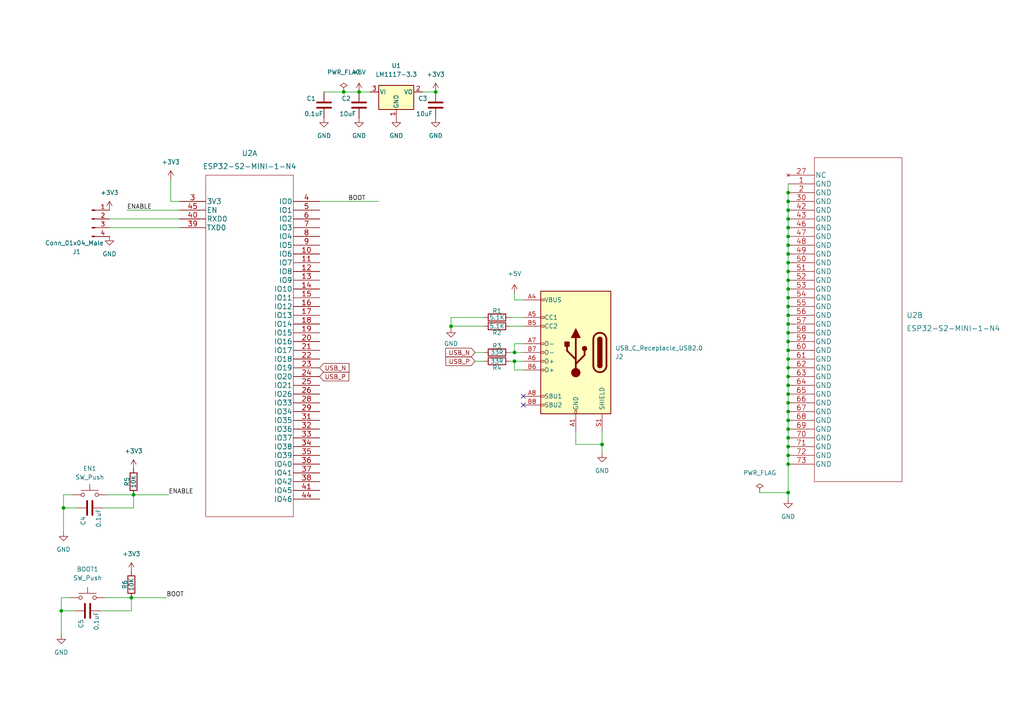
<source format=kicad_sch>
(kicad_sch (version 20211123) (generator eeschema)
  (paper "A4")
  (lib_symbols
    (symbol "2022-03-26_13-08-46:ESP32-S2-MINI-1-N4" (pin_names (offset 0.254))
      (property "Reference" "U" (at 20.32 12.7 0))
      (property "Value" "ESP32-S2-MINI-1-N4" (at 20.32 10.16 0))
      (symbol "ESP32-S2-MINI-1-N4_1_1"
        (polyline (pts (xy 7.62 -91.44) (xy 33.02 -91.44)) (stroke (width 0.127)))
        (polyline (pts (xy 7.62 7.62) (xy 7.62 -91.44)) (stroke (width 0.127)))
        (polyline (pts (xy 33.02 -91.44) (xy 33.02 7.62)) (stroke (width 0.127)))
        (polyline (pts (xy 33.02 7.62) (xy 7.62 7.62)) (stroke (width 0.127)))
        (pin bidirectional line (at 40.64 -15.24 180) (length 7.62) (name "IO6") (number "10"))
        (pin bidirectional line (at 40.64 -17.78 180) (length 7.62) (name "IO7") (number "11"))
        (pin bidirectional line (at 40.64 -20.32 180) (length 7.62) (name "IO8") (number "12"))
        (pin bidirectional line (at 40.64 -22.86 180) (length 7.62) (name "IO9") (number "13"))
        (pin bidirectional line (at 40.64 -25.4 180) (length 7.62) (name "IO10") (number "14"))
        (pin bidirectional line (at 40.64 -27.94 180) (length 7.62) (name "IO11") (number "15"))
        (pin bidirectional line (at 40.64 -30.48 180) (length 7.62) (name "IO12") (number "16"))
        (pin bidirectional line (at 40.64 -33.02 180) (length 7.62) (name "IO13") (number "17"))
        (pin bidirectional line (at 40.64 -35.56 180) (length 7.62) (name "IO14") (number "18"))
        (pin bidirectional line (at 40.64 -38.1 180) (length 7.62) (name "IO15") (number "19"))
        (pin bidirectional line (at 40.64 -40.64 180) (length 7.62) (name "IO16") (number "20"))
        (pin bidirectional line (at 40.64 -43.18 180) (length 7.62) (name "IO17") (number "21"))
        (pin bidirectional line (at 40.64 -45.72 180) (length 7.62) (name "IO18") (number "22"))
        (pin bidirectional line (at 40.64 -48.26 180) (length 7.62) (name "IO19") (number "23"))
        (pin bidirectional line (at 40.64 -50.8 180) (length 7.62) (name "IO20") (number "24"))
        (pin bidirectional line (at 40.64 -53.34 180) (length 7.62) (name "IO21") (number "25"))
        (pin bidirectional line (at 40.64 -55.88 180) (length 7.62) (name "IO26") (number "26"))
        (pin bidirectional line (at 40.64 -58.42 180) (length 7.62) (name "IO33") (number "28"))
        (pin bidirectional line (at 40.64 -60.96 180) (length 7.62) (name "IO34") (number "29"))
        (pin unspecified line (at 0 0 0) (length 7.62) (name "3V3") (number "3"))
        (pin bidirectional line (at 40.64 -63.5 180) (length 7.62) (name "IO35") (number "31"))
        (pin bidirectional line (at 40.64 -66.04 180) (length 7.62) (name "IO36") (number "32"))
        (pin bidirectional line (at 40.64 -68.58 180) (length 7.62) (name "IO37") (number "33"))
        (pin bidirectional line (at 40.64 -71.12 180) (length 7.62) (name "IO38") (number "34"))
        (pin bidirectional line (at 40.64 -73.66 180) (length 7.62) (name "IO39") (number "35"))
        (pin bidirectional line (at 40.64 -76.2 180) (length 7.62) (name "IO40") (number "36"))
        (pin bidirectional line (at 40.64 -78.74 180) (length 7.62) (name "IO41") (number "37"))
        (pin bidirectional line (at 40.64 -81.28 180) (length 7.62) (name "IO42") (number "38"))
        (pin bidirectional line (at 0 -7.62 0) (length 7.62) (name "TXD0") (number "39"))
        (pin bidirectional line (at 40.64 0 180) (length 7.62) (name "IO0") (number "4"))
        (pin bidirectional line (at 0 -5.08 0) (length 7.62) (name "RXD0") (number "40"))
        (pin bidirectional line (at 40.64 -83.82 180) (length 7.62) (name "IO45") (number "41"))
        (pin bidirectional line (at 40.64 -86.36 180) (length 7.62) (name "IO46") (number "44"))
        (pin unspecified line (at 0 -2.54 0) (length 7.62) (name "EN") (number "45"))
        (pin bidirectional line (at 40.64 -2.54 180) (length 7.62) (name "IO1") (number "5"))
        (pin bidirectional line (at 40.64 -5.08 180) (length 7.62) (name "IO2") (number "6"))
        (pin bidirectional line (at 40.64 -7.62 180) (length 7.62) (name "IO3") (number "7"))
        (pin bidirectional line (at 40.64 -10.16 180) (length 7.62) (name "IO4") (number "8"))
        (pin bidirectional line (at 40.64 -12.7 180) (length 7.62) (name "IO5") (number "9"))
      )
      (symbol "ESP32-S2-MINI-1-N4_2_1"
        (polyline (pts (xy 7.62 -88.9) (xy 33.02 -88.9)) (stroke (width 0.127)))
        (polyline (pts (xy 7.62 5.08) (xy 7.62 -88.9)) (stroke (width 0.127)))
        (polyline (pts (xy 33.02 -88.9) (xy 33.02 5.08)) (stroke (width 0.127)))
        (polyline (pts (xy 33.02 5.08) (xy 7.62 5.08)) (stroke (width 0.127)))
        (pin power_in line (at 0 -2.54 0) (length 7.62) (name "GND") (number "1"))
        (pin power_in line (at 0 -5.08 0) (length 7.62) (name "GND") (number "2"))
        (pin no_connect line (at 0 0 0) (length 7.62) (name "NC") (number "27"))
        (pin power_in line (at 0 -7.62 0) (length 7.62) (name "GND") (number "30"))
        (pin power_in line (at 0 -10.16 0) (length 7.62) (name "GND") (number "42"))
        (pin power_in line (at 0 -12.7 0) (length 7.62) (name "GND") (number "43"))
        (pin power_in line (at 0 -15.24 0) (length 7.62) (name "GND") (number "46"))
        (pin power_in line (at 0 -17.78 0) (length 7.62) (name "GND") (number "47"))
        (pin power_in line (at 0 -20.32 0) (length 7.62) (name "GND") (number "48"))
        (pin power_in line (at 0 -22.86 0) (length 7.62) (name "GND") (number "49"))
        (pin power_in line (at 0 -25.4 0) (length 7.62) (name "GND") (number "50"))
        (pin power_in line (at 0 -27.94 0) (length 7.62) (name "GND") (number "51"))
        (pin power_in line (at 0 -30.48 0) (length 7.62) (name "GND") (number "52"))
        (pin power_in line (at 0 -33.02 0) (length 7.62) (name "GND") (number "53"))
        (pin power_in line (at 0 -35.56 0) (length 7.62) (name "GND") (number "54"))
        (pin power_in line (at 0 -38.1 0) (length 7.62) (name "GND") (number "55"))
        (pin power_in line (at 0 -40.64 0) (length 7.62) (name "GND") (number "56"))
        (pin power_in line (at 0 -43.18 0) (length 7.62) (name "GND") (number "57"))
        (pin power_in line (at 0 -45.72 0) (length 7.62) (name "GND") (number "58"))
        (pin power_in line (at 0 -48.26 0) (length 7.62) (name "GND") (number "59"))
        (pin power_in line (at 0 -50.8 0) (length 7.62) (name "GND") (number "60"))
        (pin power_in line (at 0 -53.34 0) (length 7.62) (name "GND") (number "61"))
        (pin power_in line (at 0 -55.88 0) (length 7.62) (name "GND") (number "62"))
        (pin power_in line (at 0 -58.42 0) (length 7.62) (name "GND") (number "63"))
        (pin power_in line (at 0 -60.96 0) (length 7.62) (name "GND") (number "64"))
        (pin power_in line (at 0 -63.5 0) (length 7.62) (name "GND") (number "65"))
        (pin power_in line (at 0 -66.04 0) (length 7.62) (name "GND") (number "66"))
        (pin power_in line (at 0 -68.58 0) (length 7.62) (name "GND") (number "67"))
        (pin power_in line (at 0 -71.12 0) (length 7.62) (name "GND") (number "68"))
        (pin power_in line (at 0 -73.66 0) (length 7.62) (name "GND") (number "69"))
        (pin power_in line (at 0 -76.2 0) (length 7.62) (name "GND") (number "70"))
        (pin power_in line (at 0 -78.74 0) (length 7.62) (name "GND") (number "71"))
        (pin power_in line (at 0 -81.28 0) (length 7.62) (name "GND") (number "72"))
        (pin power_in line (at 0 -83.82 0) (length 7.62) (name "GND") (number "73"))
      )
    )
    (symbol "Connector:Conn_01x04_Male" (pin_names (offset 1.016) hide)
      (property "Reference" "J" (at 0 5.08 0))
      (property "Value" "Conn_01x04_Male" (at 0 -7.62 0))
      (symbol "Conn_01x04_Male_1_1"
        (polyline (pts (xy 1.27 -5.08) (xy 0.8636 -5.08)) (stroke (width 0.1524)))
        (polyline (pts (xy 1.27 -2.54) (xy 0.8636 -2.54)) (stroke (width 0.1524)))
        (polyline (pts (xy 1.27 0) (xy 0.8636 0)) (stroke (width 0.1524)))
        (polyline (pts (xy 1.27 2.54) (xy 0.8636 2.54)) (stroke (width 0.1524)))
        (rectangle (start 0.8636 -4.953) (end 0 -5.207) (stroke (width 0.1524)) (fill (type outline)))
        (rectangle (start 0.8636 -2.413) (end 0 -2.667) (stroke (width 0.1524)) (fill (type outline)))
        (rectangle (start 0.8636 0.127) (end 0 -0.127) (stroke (width 0.1524)) (fill (type outline)))
        (rectangle (start 0.8636 2.667) (end 0 2.413) (stroke (width 0.1524)) (fill (type outline)))
        (pin passive line (at 5.08 2.54 180) (length 3.81) (name "Pin_1") (number "1"))
        (pin passive line (at 5.08 0 180) (length 3.81) (name "Pin_2") (number "2"))
        (pin passive line (at 5.08 -2.54 180) (length 3.81) (name "Pin_3") (number "3"))
        (pin passive line (at 5.08 -5.08 180) (length 3.81) (name "Pin_4") (number "4"))
      )
    )
    (symbol "Connector:USB_C_Receptacle_USB2.0" (pin_names (offset 1.016))
      (property "Reference" "J" (at -10.16 19.05 0))
      (property "Value" "USB_C_Receptacle_USB2.0" (at 19.05 19.05 0))
      (symbol "USB_C_Receptacle_USB2.0_0_0"
        (rectangle (start -0.254 -17.78) (end 0.254 -16.764))
        (rectangle (start 10.16 -14.986) (end 9.144 -15.494))
        (rectangle (start 10.16 -12.446) (end 9.144 -12.954))
        (rectangle (start 10.16 -4.826) (end 9.144 -5.334))
        (rectangle (start 10.16 -2.286) (end 9.144 -2.794))
        (rectangle (start 10.16 0.254) (end 9.144 -0.254))
        (rectangle (start 10.16 2.794) (end 9.144 2.286))
        (rectangle (start 10.16 7.874) (end 9.144 7.366))
        (rectangle (start 10.16 10.414) (end 9.144 9.906))
        (rectangle (start 10.16 15.494) (end 9.144 14.986))
      )
      (symbol "USB_C_Receptacle_USB2.0_0_1"
        (rectangle (start -10.16 17.78) (end 10.16 -17.78) (stroke (width 0.254)) (fill (type background)))
        (arc (start -8.89 -3.81) (mid -6.985 -5.715) (end -5.08 -3.81) (stroke (width 0.508)))
        (arc (start -7.62 -3.81) (mid -6.985 -4.445) (end -6.35 -3.81) (stroke (width 0.254)))
        (arc (start -7.62 -3.81) (mid -6.985 -4.445) (end -6.35 -3.81) (stroke (width 0.254)) (fill (type outline)))
        (rectangle (start -7.62 -3.81) (end -6.35 3.81) (stroke (width 0.254)) (fill (type outline)))
        (arc (start -6.35 3.81) (mid -6.985 4.445) (end -7.62 3.81) (stroke (width 0.254)))
        (arc (start -6.35 3.81) (mid -6.985 4.445) (end -7.62 3.81) (stroke (width 0.254)) (fill (type outline)))
        (arc (start -5.08 3.81) (mid -6.985 5.715) (end -8.89 3.81) (stroke (width 0.508)))
        (circle (center -2.54 1.143) (radius 0.635) (stroke (width 0.254)) (fill (type outline)))
        (circle (center 0 -5.842) (radius 1.27) (fill (type outline)))
        (polyline (pts (xy -8.89 -3.81) (xy -8.89 3.81)) (stroke (width 0.508)))
        (polyline (pts (xy -5.08 3.81) (xy -5.08 -3.81)) (stroke (width 0.508)))
        (polyline (pts (xy 0 -5.842) (xy 0 4.318)) (stroke (width 0.508)))
        (polyline (pts (xy 0 -3.302) (xy -2.54 -0.762) (xy -2.54 0.508)) (stroke (width 0.508)))
        (polyline (pts (xy 0 -2.032) (xy 2.54 0.508) (xy 2.54 1.778)) (stroke (width 0.508)))
        (polyline (pts (xy -1.27 4.318) (xy 0 6.858) (xy 1.27 4.318) (xy -1.27 4.318)) (stroke (width 0.254)) (fill (type outline)))
        (rectangle (start 1.905 1.778) (end 3.175 3.048) (stroke (width 0.254)) (fill (type outline)))
      )
      (symbol "USB_C_Receptacle_USB2.0_1_1"
        (pin passive line (at 0 -22.86 90) (length 5.08) (name "GND") (number "A1"))
        (pin passive line (at 0 -22.86 90) (length 5.08) hide (name "GND") (number "A12"))
        (pin passive line (at 15.24 15.24 180) (length 5.08) (name "VBUS") (number "A4"))
        (pin bidirectional line (at 15.24 10.16 180) (length 5.08) (name "CC1") (number "A5"))
        (pin bidirectional line (at 15.24 -2.54 180) (length 5.08) (name "D+") (number "A6"))
        (pin bidirectional line (at 15.24 2.54 180) (length 5.08) (name "D-") (number "A7"))
        (pin bidirectional line (at 15.24 -12.7 180) (length 5.08) (name "SBU1") (number "A8"))
        (pin passive line (at 15.24 15.24 180) (length 5.08) hide (name "VBUS") (number "A9"))
        (pin passive line (at 0 -22.86 90) (length 5.08) hide (name "GND") (number "B1"))
        (pin passive line (at 0 -22.86 90) (length 5.08) hide (name "GND") (number "B12"))
        (pin passive line (at 15.24 15.24 180) (length 5.08) hide (name "VBUS") (number "B4"))
        (pin bidirectional line (at 15.24 7.62 180) (length 5.08) (name "CC2") (number "B5"))
        (pin bidirectional line (at 15.24 -5.08 180) (length 5.08) (name "D+") (number "B6"))
        (pin bidirectional line (at 15.24 0 180) (length 5.08) (name "D-") (number "B7"))
        (pin bidirectional line (at 15.24 -15.24 180) (length 5.08) (name "SBU2") (number "B8"))
        (pin passive line (at 15.24 15.24 180) (length 5.08) hide (name "VBUS") (number "B9"))
        (pin passive line (at -7.62 -22.86 90) (length 5.08) (name "SHIELD") (number "S1"))
      )
    )
    (symbol "Device:C" (pin_numbers hide) (pin_names (offset 0.254))
      (property "Reference" "C" (at 0.635 2.54 0))
      (property "Value" "C" (at 0.635 -2.54 0))
      (symbol "C_0_1"
        (polyline (pts (xy -2.032 -0.762) (xy 2.032 -0.762)) (stroke (width 0.508)))
        (polyline (pts (xy -2.032 0.762) (xy 2.032 0.762)) (stroke (width 0.508)))
      )
      (symbol "C_1_1"
        (pin passive line (at 0 3.81 270) (length 2.794) (name "~") (number "1"))
        (pin passive line (at 0 -3.81 90) (length 2.794) (name "~") (number "2"))
      )
    )
    (symbol "Device:R" (pin_numbers hide) (pin_names (offset 0))
      (property "Reference" "R" (at 2.032 0 90))
      (property "Value" "R" (at 0 0 90))
      (symbol "R_0_1"
        (rectangle (start -1.016 -2.54) (end 1.016 2.54) (stroke (width 0.254)))
      )
      (symbol "R_1_1"
        (pin passive line (at 0 3.81 270) (length 1.27) (name "~") (number "1"))
        (pin passive line (at 0 -3.81 90) (length 1.27) (name "~") (number "2"))
      )
    )
    (symbol "ESP32-S2-MINI-1-N4_1" (pin_names (offset 0.254))
      (property "Reference" "U2" (at 20.32 13.97 0))
      (property "Value" "ESP32-S2-MINI-1-N4_1" (at 20.32 10.16 0))
      (symbol "ESP32-S2-MINI-1-N4_1_1_1"
        (polyline (pts (xy 7.62 -91.44) (xy 33.02 -91.44)) (stroke (width 0.127)))
        (polyline (pts (xy 7.62 7.62) (xy 7.62 -91.44)) (stroke (width 0.127)))
        (polyline (pts (xy 33.02 -91.44) (xy 33.02 7.62)) (stroke (width 0.127)))
        (polyline (pts (xy 33.02 7.62) (xy 7.62 7.62)) (stroke (width 0.127)))
        (pin bidirectional line (at 40.64 -15.24 180) (length 7.62) (name "IO6") (number "10"))
        (pin bidirectional line (at 40.64 -17.78 180) (length 7.62) (name "IO7") (number "11"))
        (pin bidirectional line (at 40.64 -20.32 180) (length 7.62) (name "IO8") (number "12"))
        (pin bidirectional line (at 40.64 -22.86 180) (length 7.62) (name "IO9") (number "13"))
        (pin bidirectional line (at 40.64 -25.4 180) (length 7.62) (name "IO10") (number "14"))
        (pin bidirectional line (at 40.64 -27.94 180) (length 7.62) (name "IO11") (number "15"))
        (pin bidirectional line (at 40.64 -30.48 180) (length 7.62) (name "IO12") (number "16"))
        (pin bidirectional line (at 40.64 -33.02 180) (length 7.62) (name "IO13") (number "17"))
        (pin bidirectional line (at 40.64 -35.56 180) (length 7.62) (name "IO14") (number "18"))
        (pin bidirectional line (at 40.64 -38.1 180) (length 7.62) (name "IO15") (number "19"))
        (pin bidirectional line (at 40.64 -40.64 180) (length 7.62) (name "IO16") (number "20"))
        (pin bidirectional line (at 40.64 -43.18 180) (length 7.62) (name "IO17") (number "21"))
        (pin bidirectional line (at 40.64 -45.72 180) (length 7.62) (name "IO18") (number "22"))
        (pin bidirectional line (at 40.64 -48.26 180) (length 7.62) (name "IO19") (number "23"))
        (pin bidirectional line (at 40.64 -50.8 180) (length 7.62) (name "IO20") (number "24"))
        (pin bidirectional line (at 40.64 -53.34 180) (length 7.62) (name "IO21") (number "25"))
        (pin bidirectional line (at 40.64 -55.88 180) (length 7.62) (name "IO26") (number "26"))
        (pin bidirectional line (at 40.64 -58.42 180) (length 7.62) (name "IO33") (number "28"))
        (pin bidirectional line (at 40.64 -60.96 180) (length 7.62) (name "IO34") (number "29"))
        (pin power_in line (at 0 0 0) (length 7.62) (name "3V3") (number "3"))
        (pin bidirectional line (at 40.64 -63.5 180) (length 7.62) (name "IO35") (number "31"))
        (pin bidirectional line (at 40.64 -66.04 180) (length 7.62) (name "IO36") (number "32"))
        (pin bidirectional line (at 40.64 -68.58 180) (length 7.62) (name "IO37") (number "33"))
        (pin bidirectional line (at 40.64 -71.12 180) (length 7.62) (name "IO38") (number "34"))
        (pin bidirectional line (at 40.64 -73.66 180) (length 7.62) (name "IO39") (number "35"))
        (pin bidirectional line (at 40.64 -76.2 180) (length 7.62) (name "IO40") (number "36"))
        (pin bidirectional line (at 40.64 -78.74 180) (length 7.62) (name "IO41") (number "37"))
        (pin bidirectional line (at 40.64 -81.28 180) (length 7.62) (name "IO42") (number "38"))
        (pin bidirectional line (at 0 -7.62 0) (length 7.62) (name "TXD0") (number "39"))
        (pin bidirectional line (at 40.64 0 180) (length 7.62) (name "IO0") (number "4"))
        (pin bidirectional line (at 0 -5.08 0) (length 7.62) (name "RXD0") (number "40"))
        (pin bidirectional line (at 40.64 -83.82 180) (length 7.62) (name "IO45") (number "41"))
        (pin bidirectional line (at 40.64 -86.36 180) (length 7.62) (name "IO46") (number "44"))
        (pin unspecified line (at 0 -2.54 0) (length 7.62) (name "EN") (number "45"))
        (pin bidirectional line (at 40.64 -2.54 180) (length 7.62) (name "IO1") (number "5"))
        (pin bidirectional line (at 40.64 -5.08 180) (length 7.62) (name "IO2") (number "6"))
        (pin bidirectional line (at 40.64 -7.62 180) (length 7.62) (name "IO3") (number "7"))
        (pin bidirectional line (at 40.64 -10.16 180) (length 7.62) (name "IO4") (number "8"))
        (pin bidirectional line (at 40.64 -12.7 180) (length 7.62) (name "IO5") (number "9"))
      )
      (symbol "ESP32-S2-MINI-1-N4_1_2_1"
        (polyline (pts (xy 7.62 -88.9) (xy 33.02 -88.9)) (stroke (width 0.127)))
        (polyline (pts (xy 7.62 5.08) (xy 7.62 -88.9)) (stroke (width 0.127)))
        (polyline (pts (xy 33.02 -88.9) (xy 33.02 5.08)) (stroke (width 0.127)))
        (polyline (pts (xy 33.02 5.08) (xy 7.62 5.08)) (stroke (width 0.127)))
        (pin power_in line (at 0 -2.54 0) (length 7.62) (name "GND") (number "1"))
        (pin power_in line (at 0 -5.08 0) (length 7.62) (name "GND") (number "2"))
        (pin no_connect line (at 0 0 0) (length 7.62) (name "NC") (number "27"))
        (pin power_in line (at 0 -7.62 0) (length 7.62) (name "GND") (number "30"))
        (pin power_in line (at 0 -10.16 0) (length 7.62) (name "GND") (number "42"))
        (pin power_in line (at 0 -12.7 0) (length 7.62) (name "GND") (number "43"))
        (pin power_in line (at 0 -15.24 0) (length 7.62) (name "GND") (number "46"))
        (pin power_in line (at 0 -17.78 0) (length 7.62) (name "GND") (number "47"))
        (pin power_in line (at 0 -20.32 0) (length 7.62) (name "GND") (number "48"))
        (pin power_in line (at 0 -22.86 0) (length 7.62) (name "GND") (number "49"))
        (pin power_in line (at 0 -25.4 0) (length 7.62) (name "GND") (number "50"))
        (pin power_in line (at 0 -27.94 0) (length 7.62) (name "GND") (number "51"))
        (pin power_in line (at 0 -30.48 0) (length 7.62) (name "GND") (number "52"))
        (pin power_in line (at 0 -33.02 0) (length 7.62) (name "GND") (number "53"))
        (pin power_in line (at 0 -35.56 0) (length 7.62) (name "GND") (number "54"))
        (pin power_in line (at 0 -38.1 0) (length 7.62) (name "GND") (number "55"))
        (pin power_in line (at 0 -40.64 0) (length 7.62) (name "GND") (number "56"))
        (pin power_in line (at 0 -43.18 0) (length 7.62) (name "GND") (number "57"))
        (pin power_in line (at 0 -45.72 0) (length 7.62) (name "GND") (number "58"))
        (pin power_in line (at 0 -48.26 0) (length 7.62) (name "GND") (number "59"))
        (pin power_in line (at 0 -50.8 0) (length 7.62) (name "GND") (number "60"))
        (pin power_in line (at 0 -53.34 0) (length 7.62) (name "GND") (number "61"))
        (pin power_in line (at 0 -55.88 0) (length 7.62) (name "GND") (number "62"))
        (pin power_in line (at 0 -58.42 0) (length 7.62) (name "GND") (number "63"))
        (pin power_in line (at 0 -60.96 0) (length 7.62) (name "GND") (number "64"))
        (pin power_in line (at 0 -63.5 0) (length 7.62) (name "GND") (number "65"))
        (pin power_in line (at 0 -66.04 0) (length 7.62) (name "GND") (number "66"))
        (pin power_in line (at 0 -68.58 0) (length 7.62) (name "GND") (number "67"))
        (pin power_in line (at 0 -71.12 0) (length 7.62) (name "GND") (number "68"))
        (pin power_in line (at 0 -73.66 0) (length 7.62) (name "GND") (number "69"))
        (pin power_in line (at 0 -76.2 0) (length 7.62) (name "GND") (number "70"))
        (pin power_in line (at 0 -78.74 0) (length 7.62) (name "GND") (number "71"))
        (pin power_in line (at 0 -81.28 0) (length 7.62) (name "GND") (number "72"))
        (pin power_in line (at 0 -83.82 0) (length 7.62) (name "GND") (number "73"))
      )
    )
    (symbol "Regulator_Linear:LM1117-3.3" (pin_names (offset 0.254))
      (property "Reference" "U" (at -3.81 3.175 0))
      (property "Value" "LM1117-3.3" (at 0 3.175 0))
      (symbol "LM1117-3.3_0_1"
        (rectangle (start -5.08 -5.08) (end 5.08 1.905) (stroke (width 0.254)) (fill (type background)))
      )
      (symbol "LM1117-3.3_1_1"
        (pin power_in line (at 0 -7.62 90) (length 2.54) (name "GND") (number "1"))
        (pin power_out line (at 7.62 0 180) (length 2.54) (name "VO") (number "2"))
        (pin power_in line (at -7.62 0 0) (length 2.54) (name "VI") (number "3"))
      )
    )
    (symbol "Switch:SW_Push" (pin_numbers hide) (pin_names (offset 1.016) hide)
      (property "Reference" "SW" (at 1.27 2.54 0))
      (property "Value" "SW_Push" (at 0 -1.524 0))
      (symbol "SW_Push_0_1"
        (circle (center -2.032 0) (radius 0.508))
        (polyline (pts (xy 0 1.27) (xy 0 3.048)))
        (polyline (pts (xy 2.54 1.27) (xy -2.54 1.27)))
        (circle (center 2.032 0) (radius 0.508))
        (pin passive line (at -5.08 0 0) (length 2.54) (name "1") (number "1"))
        (pin passive line (at 5.08 0 180) (length 2.54) (name "2") (number "2"))
      )
    )
    (symbol "power:+3V3" (power) (pin_names (offset 0))
      (property "Value" "+3V3" (at 0 3.556 0))
      (symbol "+3V3_0_1"
        (polyline (pts (xy -0.762 1.27) (xy 0 2.54)))
        (polyline (pts (xy 0 0) (xy 0 2.54)))
        (polyline (pts (xy 0 2.54) (xy 0.762 1.27)))
      )
      (symbol "+3V3_1_1"
        (pin power_in line (at 0 0 90) (length 0) hide (name "+3V3") (number "1"))
      )
    )
    (symbol "power:+5V" (power) (pin_names (offset 0))
      (property "Value" "+5V" (at 0 3.556 0))
      (symbol "+5V_0_1"
        (polyline (pts (xy -0.762 1.27) (xy 0 2.54)))
        (polyline (pts (xy 0 0) (xy 0 2.54)))
        (polyline (pts (xy 0 2.54) (xy 0.762 1.27)))
      )
      (symbol "+5V_1_1"
        (pin power_in line (at 0 0 90) (length 0) hide (name "+5V") (number "1"))
      )
    )
    (symbol "power:GND" (power) (pin_names (offset 0))
      (property "Value" "GND" (at 0 -3.81 0))
      (symbol "GND_0_1"
        (polyline (pts (xy 0 0) (xy 0 -1.27) (xy 1.27 -1.27) (xy 0 -2.54) (xy -1.27 -1.27) (xy 0 -1.27)))
      )
      (symbol "GND_1_1"
        (pin power_in line (at 0 0 270) (length 0) hide (name "GND") (number "1"))
      )
    )
    (symbol "power:PWR_FLAG" (power) (pin_numbers hide) (pin_names (offset 0) hide)
      (property "Value" "PWR_FLAG" (at 0 3.81 0))
      (symbol "PWR_FLAG_0_0"
        (pin power_out line (at 0 0 90) (length 0) (name "pwr") (number "1"))
      )
      (symbol "PWR_FLAG_0_1"
        (polyline (pts (xy 0 0) (xy 0 1.27) (xy -1.016 1.905) (xy 0 2.54) (xy 1.016 1.905) (xy 0 1.27)))
      )
    )
  )
  (junction (at 228.6 124.46))
  (junction (at 228.6 86.36))
  (junction (at 228.6 88.9))
  (junction (at 228.6 71.12))
  (junction (at 228.6 68.58))
  (junction (at 130.81 94.615))
  (junction (at 228.6 58.42))
  (junction (at 228.6 83.82))
  (junction (at 126.365 26.67))
  (junction (at 228.6 76.2))
  (junction (at 228.6 81.28))
  (junction (at 99.695 26.67))
  (junction (at 228.6 111.76))
  (junction (at 228.6 78.74))
  (junction (at 228.6 93.98))
  (junction (at 18.415 147.32))
  (junction (at 228.6 73.66))
  (junction (at 228.6 55.88))
  (junction (at 174.625 128.905))
  (junction (at 228.6 106.68))
  (junction (at 228.6 60.96))
  (junction (at 228.6 119.38))
  (junction (at 38.1 173.355))
  (junction (at 228.6 104.14))
  (junction (at 228.6 127))
  (junction (at 228.6 99.06))
  (junction (at 228.6 96.52))
  (junction (at 228.6 129.54))
  (junction (at 228.6 116.84))
  (junction (at 228.6 91.44))
  (junction (at 17.78 177.165))
  (junction (at 228.6 114.3))
  (junction (at 228.6 66.04))
  (junction (at 228.6 142.875))
  (junction (at 228.6 134.62))
  (junction (at 228.6 132.08))
  (junction (at 149.225 102.235))
  (junction (at 228.6 121.92))
  (junction (at 149.225 104.775))
  (junction (at 228.6 63.5))
  (junction (at 104.14 26.67))
  (junction (at 38.735 143.51))
  (junction (at 228.6 101.6))
  (junction (at 228.6 109.22))
  (no_connect (at 151.765 114.935))
  (no_connect (at 151.765 117.475))
  (wire (pts (xy 17.78 177.165) (xy 21.59 177.165)))
  (wire (pts (xy 228.6 132.08) (xy 228.6 134.62)))
  (wire (pts (xy 18.415 147.32) (xy 18.415 154.305)))
  (wire (pts (xy 228.6 76.2) (xy 228.6 78.74)))
  (wire (pts (xy 38.735 143.51) (xy 38.735 147.32)))
  (wire (pts (xy 137.795 102.235) (xy 140.335 102.235)))
  (wire (pts (xy 38.735 143.51) (xy 48.895 143.51)))
  (wire (pts (xy 228.6 119.38) (xy 228.6 121.92)))
  (wire (pts (xy 220.345 142.875) (xy 228.6 142.875)))
  (wire (pts (xy 228.6 86.36) (xy 228.6 88.9)))
  (wire (pts (xy 228.6 124.46) (xy 228.6 127)))
  (wire (pts (xy 137.795 104.775) (xy 140.335 104.775)))
  (wire (pts (xy 99.695 26.67) (xy 104.14 26.67)))
  (wire (pts (xy 130.81 94.615) (xy 130.81 95.25)))
  (wire (pts (xy 147.955 102.235) (xy 149.225 102.235)))
  (wire (pts (xy 104.14 26.67) (xy 107.315 26.67)))
  (wire (pts (xy 174.625 128.905) (xy 174.625 131.445)))
  (wire (pts (xy 17.78 177.165) (xy 17.78 184.15)))
  (wire (pts (xy 228.6 101.6) (xy 228.6 104.14)))
  (wire (pts (xy 31.115 143.51) (xy 38.735 143.51)))
  (wire (pts (xy 228.6 55.88) (xy 228.6 58.42)))
  (wire (pts (xy 228.6 83.82) (xy 228.6 86.36)))
  (wire (pts (xy 228.6 53.34) (xy 228.6 55.88)))
  (wire (pts (xy 122.555 26.67) (xy 126.365 26.67)))
  (wire (pts (xy 149.225 85.09) (xy 149.225 86.995)))
  (wire (pts (xy 49.53 52.07) (xy 49.53 58.42)))
  (wire (pts (xy 92.71 58.42) (xy 109.855 58.42)))
  (wire (pts (xy 228.6 99.06) (xy 228.6 101.6)))
  (wire (pts (xy 151.765 99.695) (xy 149.225 99.695)))
  (wire (pts (xy 228.6 68.58) (xy 228.6 71.12)))
  (wire (pts (xy 228.6 142.875) (xy 228.6 144.78)))
  (wire (pts (xy 174.625 125.095) (xy 174.625 128.905)))
  (wire (pts (xy 228.6 88.9) (xy 228.6 91.44)))
  (wire (pts (xy 228.6 114.3) (xy 228.6 116.84)))
  (wire (pts (xy 228.6 73.66) (xy 228.6 76.2)))
  (wire (pts (xy 228.6 60.96) (xy 228.6 63.5)))
  (wire (pts (xy 149.225 99.695) (xy 149.225 102.235)))
  (wire (pts (xy 93.98 26.67) (xy 99.695 26.67)))
  (wire (pts (xy 20.955 143.51) (xy 18.415 143.51)))
  (wire (pts (xy 18.415 147.32) (xy 22.225 147.32)))
  (wire (pts (xy 18.415 143.51) (xy 18.415 147.32)))
  (wire (pts (xy 149.225 102.235) (xy 151.765 102.235)))
  (wire (pts (xy 228.6 127) (xy 228.6 129.54)))
  (wire (pts (xy 147.955 104.775) (xy 149.225 104.775)))
  (wire (pts (xy 228.6 63.5) (xy 228.6 66.04)))
  (wire (pts (xy 29.21 177.165) (xy 38.1 177.165)))
  (wire (pts (xy 36.83 60.96) (xy 52.07 60.96)))
  (wire (pts (xy 167.005 128.905) (xy 174.625 128.905)))
  (wire (pts (xy 228.6 71.12) (xy 228.6 73.66)))
  (wire (pts (xy 167.005 125.095) (xy 167.005 128.905)))
  (wire (pts (xy 130.81 92.075) (xy 130.81 94.615)))
  (wire (pts (xy 228.6 78.74) (xy 228.6 81.28)))
  (wire (pts (xy 147.955 92.075) (xy 151.765 92.075)))
  (wire (pts (xy 130.81 94.615) (xy 140.335 94.615)))
  (wire (pts (xy 228.6 104.14) (xy 228.6 106.68)))
  (wire (pts (xy 228.6 129.54) (xy 228.6 132.08)))
  (wire (pts (xy 149.225 86.995) (xy 151.765 86.995)))
  (wire (pts (xy 228.6 58.42) (xy 228.6 60.96)))
  (wire (pts (xy 20.32 173.355) (xy 17.78 173.355)))
  (wire (pts (xy 228.6 96.52) (xy 228.6 99.06)))
  (wire (pts (xy 38.1 173.355) (xy 48.26 173.355)))
  (wire (pts (xy 228.6 93.98) (xy 228.6 96.52)))
  (wire (pts (xy 31.75 63.5) (xy 52.07 63.5)))
  (wire (pts (xy 140.335 92.075) (xy 130.81 92.075)))
  (wire (pts (xy 31.75 66.04) (xy 52.07 66.04)))
  (wire (pts (xy 228.6 121.92) (xy 228.6 124.46)))
  (wire (pts (xy 38.1 173.355) (xy 38.1 177.165)))
  (wire (pts (xy 29.845 147.32) (xy 38.735 147.32)))
  (wire (pts (xy 149.225 104.775) (xy 151.765 104.775)))
  (wire (pts (xy 228.6 134.62) (xy 228.6 142.875)))
  (wire (pts (xy 17.78 173.355) (xy 17.78 177.165)))
  (wire (pts (xy 228.6 109.22) (xy 228.6 111.76)))
  (wire (pts (xy 49.53 58.42) (xy 52.07 58.42)))
  (wire (pts (xy 151.765 107.315) (xy 149.225 107.315)))
  (wire (pts (xy 228.6 81.28) (xy 228.6 83.82)))
  (wire (pts (xy 228.6 91.44) (xy 228.6 93.98)))
  (wire (pts (xy 228.6 111.76) (xy 228.6 114.3)))
  (wire (pts (xy 147.955 94.615) (xy 151.765 94.615)))
  (wire (pts (xy 149.225 104.775) (xy 149.225 107.315)))
  (wire (pts (xy 30.48 173.355) (xy 38.1 173.355)))
  (wire (pts (xy 228.6 66.04) (xy 228.6 68.58)))
  (wire (pts (xy 228.6 106.68) (xy 228.6 109.22)))
  (wire (pts (xy 228.6 116.84) (xy 228.6 119.38)))
  (label "BOOT" (at 48.26 173.355 0))
  (label "BOOT" (at 100.965 58.42 0))
  (label "ENABLE" (at 48.895 143.51 0))
  (label "ENABLE" (at 36.83 60.96 0))
  (global_label "USB_P" (shape input) (at 92.71 109.22 0) (property "Intersheet References" "${INTERSHEET_REFS}" (effects hide)))
  (global_label "USB_N" (shape input) (at 137.795 102.235 180) (property "Intersheet References" "${INTERSHEET_REFS}" (effects hide)))
  (global_label "USB_N" (shape input) (at 92.71 106.68 0) (property "Intersheet References" "${INTERSHEET_REFS}" (effects hide)))
  (global_label "USB_P" (shape input) (at 137.795 104.775 180) (property "Intersheet References" "${INTERSHEET_REFS}" (effects hide)))
  (symbol (lib_id "power:PWR_FLAG") (at 99.695 26.67 0) (unit 1)
    (property "Reference" "#FLG0102" (effects hide))
    (property "Value" "PWR_FLAG" (at 99.695 20.955 0))
  )
  (symbol (lib_id "Connector:Conn_01x04_Male") (at 26.67 63.5 0) (unit 1)
    (property "Reference" "J1" (at 22.225 73.025 0))
    (property "Value" "Conn_01x04_Male" (at 21.59 70.485 0))
    (property "Footprint" "Connector_PinHeader_2.54mm:PinHeader_1x04_P2.54mm_Vertical" (effects hide))
  )
  (symbol (lib_id "power:+3V3") (at 31.75 60.96 0) (unit 1)
    (property "Reference" "#PWR0113" (effects hide))
    (property "Value" "+3V3" (at 31.75 55.88 0))
  )
  (symbol (lib_name "ESP32-S2-MINI-1-N4_1") (lib_id "2022-03-26_13-08-46:ESP32-S2-MINI-1-N4") (at 52.07 58.42 0) (unit 1)
    (property "Reference" "U2" (at 72.39 44.45 0) (effects (font (size 1.524 1.524))))
    (property "Value" "ESP32-S2-MINI-1-N4" (at 72.39 48.26 0) (effects (font (size 1.524 1.524))))
    (property "Footprint" "footprints:ESP32-S2-MINI-1-N4" (effects hide))
  )
  (symbol (lib_id "power:GND") (at 130.81 95.25 0) (unit 1)
    (property "Reference" "#PWR0110" (effects hide))
    (property "Value" "GND" (at 130.81 99.695 0))
  )
  (symbol (lib_id "Switch:SW_Push") (at 26.035 143.51 0) (unit 1)
    (property "Reference" "EN1" (at 26.035 135.89 0))
    (property "Value" "SW_Push" (at 26.035 138.43 0))
    (property "Footprint" "Button_Switch_SMD:SW_SPST_Panasonic_EVQPL_3PL_5PL_PT_A08" (effects hide))
  )
  (symbol (lib_id "Device:C") (at 126.365 30.48 0) (unit 1)
    (property "Reference" "C3" (at 121.285 28.575 0) (effects (justify left)))
    (property "Value" "10uF" (at 120.65 33.02 0) (effects (justify left)))
    (property "Footprint" "Capacitor_SMD:C_0805_2012Metric" (effects hide))
  )
  (symbol (lib_id "power:GND") (at 18.415 154.305 0) (unit 1)
    (property "Reference" "#PWR0117" (effects hide))
    (property "Value" "GND" (at 18.415 159.385 0))
  )
  (symbol (lib_id "power:GND") (at 104.14 34.29 0) (unit 1)
    (property "Reference" "#PWR0108" (effects hide))
    (property "Value" "GND" (at 104.14 39.37 0))
  )
  (symbol (lib_id "power:+3V3") (at 49.53 52.07 0) (unit 1)
    (property "Reference" "#PWR0111" (effects hide))
    (property "Value" "+3V3" (at 49.53 46.99 0))
  )
  (symbol (lib_id "power:GND") (at 174.625 131.445 0) (unit 1)
    (property "Reference" "#PWR0102" (effects hide))
    (property "Value" "GND" (at 174.625 136.525 0))
  )
  (symbol (lib_id "Device:C") (at 93.98 30.48 0) (unit 1)
    (property "Reference" "C1" (at 88.9 28.575 0) (effects (justify left)))
    (property "Value" "0.1uF" (at 88.265 33.02 0) (effects (justify left)))
    (property "Footprint" "Capacitor_SMD:C_0603_1608Metric" (effects hide))
  )
  (symbol (lib_id "power:+5V") (at 149.225 85.09 0) (unit 1)
    (property "Reference" "#PWR0109" (effects hide))
    (property "Value" "+5V" (at 149.225 79.375 0))
  )
  (symbol (lib_id "Device:C") (at 26.035 147.32 90) (unit 1)
    (property "Reference" "C4" (at 24.13 152.4 0) (effects (justify left)))
    (property "Value" "0.1uF" (at 28.575 153.035 0) (effects (justify left)))
    (property "Footprint" "Capacitor_SMD:C_0603_1608Metric" (effects hide))
  )
  (symbol (lib_id "power:+5V") (at 104.14 26.67 0) (unit 1)
    (property "Reference" "#PWR0106" (effects hide))
    (property "Value" "+5V" (at 104.14 20.955 0))
  )
  (symbol (lib_id "Device:C") (at 25.4 177.165 90) (unit 1)
    (property "Reference" "C5" (at 23.495 182.245 0) (effects (justify left)))
    (property "Value" "0.1uF" (at 27.94 182.88 0) (effects (justify left)))
    (property "Footprint" "Capacitor_SMD:C_0603_1608Metric" (effects hide))
  )
  (symbol (lib_id "power:GND") (at 93.98 34.29 0) (unit 1)
    (property "Reference" "#PWR0107" (effects hide))
    (property "Value" "GND" (at 93.98 39.37 0))
  )
  (symbol (lib_id "Connector:USB_C_Receptacle_USB2.0") (at 167.005 102.235 0) (mirror y) (unit 1)
    (property "Reference" "J2" (at 178.435 103.5051 0) (effects (justify right)))
    (property "Value" "USB_C_Receptacle_USB2.0" (at 178.435 100.9651 0) (effects (justify right)))
    (property "Footprint" "USB-C-Power-tester:TYPE-C-31-M-12" (effects hide))
    (property "Datasheet" "https://www.usb.org/sites/default/files/documents/usb_type-c.zip" (effects hide))
  )
  (symbol (lib_id "power:GND") (at 17.78 184.15 0) (unit 1)
    (property "Reference" "#PWR0115" (effects hide))
    (property "Value" "GND" (at 17.78 189.23 0))
  )
  (symbol (lib_id "Device:R") (at 38.1 169.545 0) (unit 1)
    (property "Reference" "R6" (at 36.195 169.545 90))
    (property "Value" "10K" (at 38.1 169.545 90))
    (property "Footprint" "Resistor_SMD:R_0603_1608Metric" (effects hide))
  )
  (symbol (lib_id "power:PWR_FLAG") (at 220.345 142.875 0) (unit 1)
    (property "Reference" "#FLG0101" (effects hide))
    (property "Value" "PWR_FLAG" (at 220.345 137.16 0))
  )
  (symbol (lib_id "Regulator_Linear:LM1117-3.3") (at 114.935 26.67 0) (unit 1)
    (property "Reference" "U1" (at 114.935 19.05 0))
    (property "Value" "LM1117-3.3" (at 114.935 21.59 0))
    (property "Footprint" "Package_TO_SOT_SMD:SOT-223" (effects hide))
    (property "Datasheet" "http://www.ti.com/lit/ds/symlink/lm1117.pdf" (effects hide))
  )
  (symbol (lib_id "Device:R") (at 38.735 139.7 0) (unit 1)
    (property "Reference" "R5" (at 36.83 139.7 90))
    (property "Value" "10K" (at 38.735 139.7 90))
    (property "Footprint" "Resistor_SMD:R_0603_1608Metric" (effects hide))
  )
  (symbol (lib_id "Switch:SW_Push") (at 25.4 173.355 0) (unit 1)
    (property "Reference" "BOOT1" (at 25.4 165.1 0))
    (property "Value" "SW_Push" (at 25.4 167.64 0))
    (property "Footprint" "Button_Switch_SMD:SW_SPST_Panasonic_EVQPL_3PL_5PL_PT_A08" (effects hide))
  )
  (symbol (lib_id "Device:C") (at 104.14 30.48 0) (unit 1)
    (property "Reference" "C2" (at 99.06 28.575 0) (effects (justify left)))
    (property "Value" "10uF" (at 98.425 33.02 0) (effects (justify left)))
    (property "Footprint" "Capacitor_SMD:C_0805_2012Metric" (effects hide))
  )
  (symbol (lib_id "Device:R") (at 144.145 92.075 90) (unit 1)
    (property "Reference" "R1" (at 144.145 90.17 90))
    (property "Value" "5.1K" (at 144.145 92.075 90))
    (property "Footprint" "Resistor_SMD:R_0603_1608Metric" (effects hide))
  )
  (symbol (lib_id "power:GND") (at 228.6 144.78 0) (unit 1)
    (property "Reference" "#PWR0101" (effects hide))
    (property "Value" "GND" (at 228.6 149.86 0))
  )
  (symbol (lib_id "Device:R") (at 144.145 94.615 90) (unit 1)
    (property "Reference" "R2" (at 144.145 96.52 90))
    (property "Value" "5.1K" (at 144.145 94.615 90))
    (property "Footprint" "Resistor_SMD:R_0603_1608Metric" (effects hide))
  )
  (symbol (lib_id "Device:R") (at 144.145 104.775 90) (mirror x) (unit 1)
    (property "Reference" "R4" (at 144.145 106.68 90))
    (property "Value" "33R" (at 144.145 104.775 90))
    (property "Footprint" "Resistor_SMD:R_0603_1608Metric" (effects hide))
  )
  (symbol (lib_id "2022-03-26_13-08-46:ESP32-S2-MINI-1-N4") (at 228.6 50.8 0) (unit 2)
    (property "Reference" "U2" (at 262.89 91.44 0) (effects (font (size 1.524 1.524)) (justify left)))
    (property "Value" "ESP32-S2-MINI-1-N4" (at 262.89 95.25 0) (effects (font (size 1.524 1.524)) (justify left)))
    (property "Footprint" "footprints:ESP32-S2-MINI-1-N4" (effects hide))
  )
  (symbol (lib_id "power:GND") (at 114.935 34.29 0) (unit 1)
    (property "Reference" "#PWR0105" (effects hide))
    (property "Value" "GND" (at 114.935 39.37 0))
  )
  (symbol (lib_id "power:GND") (at 31.75 68.58 0) (unit 1)
    (property "Reference" "#PWR0112" (effects hide))
    (property "Value" "GND" (at 31.75 73.66 0))
  )
  (symbol (lib_id "Device:R") (at 144.145 102.235 90) (mirror x) (unit 1)
    (property "Reference" "R3" (at 144.145 100.33 90))
    (property "Value" "33R" (at 144.145 102.235 90))
    (property "Footprint" "Resistor_SMD:R_0603_1608Metric" (effects hide))
  )
  (symbol (lib_id "power:+3V3") (at 126.365 26.67 0) (unit 1)
    (property "Reference" "#PWR0103" (effects hide))
    (property "Value" "+3V3" (at 126.365 21.59 0))
  )
  (symbol (lib_id "power:+3V3") (at 38.1 165.735 0) (unit 1)
    (property "Reference" "#PWR0114" (effects hide))
    (property "Value" "+3V3" (at 38.1 160.655 0))
  )
  (symbol (lib_id "power:+3V3") (at 38.735 135.89 0) (unit 1)
    (property "Reference" "#PWR0116" (effects hide))
    (property "Value" "+3V3" (at 38.735 130.81 0))
  )
  (symbol (lib_id "power:GND") (at 126.365 34.29 0) (unit 1)
    (property "Reference" "#PWR0104" (effects hide))
    (property "Value" "GND" (at 126.365 39.37 0))
  )
)
</source>
